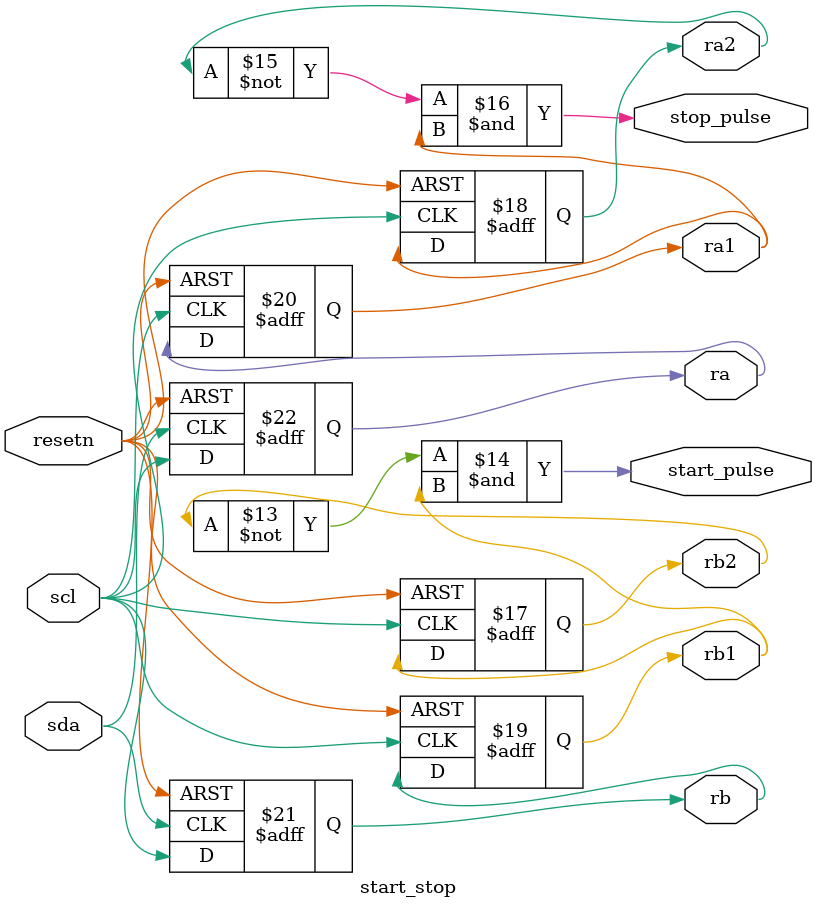
<source format=v>
`timescale 1us / 1ns
module start_stop(scl, sda, ra2, rb2, ra1, rb1, ra, rb, start_pulse, stop_pulse, resetn);
input scl, sda, resetn;
output reg ra;
output reg rb;
output reg ra1;
output reg rb2;
output reg ra2;
output reg rb1;
output start_pulse;
output stop_pulse;

// detects rising edge of sda for stop condition 
always @ (posedge sda, negedge resetn) 
begin
    if (resetn==0)
        ra=0;
    else
        ra <= scl;
end 
// detects falling edge of sda for start condition
always @ (negedge sda, negedge resetn)
begin
    if (resetn==0)
            rb=0;
else
    rb <= scl;
end
//stores i/p of ra(stop condition) 
always@ (posedge scl, negedge resetn)
begin
    if (resetn==0)
        ra1=0;
    else
        ra1<= ra;
end 
 
//stores i/p of rb(start condition)
always@ (posedge scl, negedge resetn)
begin
    if (resetn==0)
        rb1=0;
    else
        rb1<= rb;
end 

//creates another signal of ra1 which is delayed by 1 clock cycle
always@ (posedge scl, negedge resetn)
begin
    if (resetn==0)
        ra2=0;
    else
        ra2<= ra1;
end 

////creates another signal of rb1 which is delayed by 1 clock cycle
always@ (posedge scl, negedge resetn)
begin
    if (resetn==0)
        rb2=0;
    else
        rb2<= rb1;
end 

// creates a pulse for start and stop condition
assign start_pulse= ~rb2 & rb1;
assign stop_pulse= ~ra2 & ra1;


endmodule
</source>
